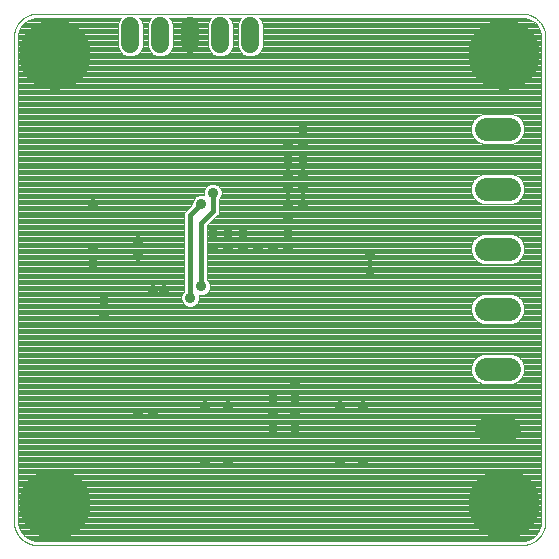
<source format=gbl>
G75*
%MOIN*%
%OFA0B0*%
%FSLAX25Y25*%
%IPPOS*%
%LPD*%
%AMOC8*
5,1,8,0,0,1.08239X$1,22.5*
%
%ADD10C,0.00400*%
%ADD11C,0.05937*%
%ADD12C,0.07677*%
%ADD13C,0.23622*%
%ADD14C,0.03562*%
%ADD15C,0.01600*%
D10*
X0024406Y0009130D02*
X0024406Y0170547D01*
X0025806Y0170547D02*
X0025886Y0171560D01*
X0026512Y0173486D01*
X0027702Y0175125D01*
X0029341Y0176316D01*
X0031267Y0176942D01*
X0032280Y0177021D01*
X0060058Y0177021D01*
X0059622Y0176586D01*
X0058988Y0175054D01*
X0058988Y0167458D01*
X0059622Y0165926D01*
X0060795Y0164754D01*
X0062327Y0164119D01*
X0063985Y0164119D01*
X0065517Y0164754D01*
X0066690Y0165926D01*
X0067325Y0167458D01*
X0067325Y0175054D01*
X0066690Y0176586D01*
X0066254Y0177021D01*
X0070058Y0177021D01*
X0069622Y0176586D01*
X0068988Y0175054D01*
X0068988Y0167458D01*
X0069622Y0165926D01*
X0070795Y0164754D01*
X0072327Y0164119D01*
X0073985Y0164119D01*
X0075517Y0164754D01*
X0076690Y0165926D01*
X0077325Y0167458D01*
X0077325Y0175054D01*
X0076690Y0176586D01*
X0076254Y0177021D01*
X0090058Y0177021D01*
X0089622Y0176586D01*
X0088988Y0175054D01*
X0088988Y0167458D01*
X0089622Y0165926D01*
X0090795Y0164754D01*
X0092327Y0164119D01*
X0093985Y0164119D01*
X0095517Y0164754D01*
X0096690Y0165926D01*
X0097325Y0167458D01*
X0097325Y0175054D01*
X0096690Y0176586D01*
X0096254Y0177021D01*
X0100058Y0177021D01*
X0099622Y0176586D01*
X0098988Y0175054D01*
X0098988Y0167458D01*
X0099622Y0165926D01*
X0100795Y0164754D01*
X0102327Y0164119D01*
X0103985Y0164119D01*
X0105517Y0164754D01*
X0106690Y0165926D01*
X0107325Y0167458D01*
X0107325Y0175054D01*
X0106690Y0176586D01*
X0106254Y0177021D01*
X0193698Y0177021D01*
X0194710Y0176942D01*
X0196637Y0176316D01*
X0198275Y0175125D01*
X0199466Y0173486D01*
X0200092Y0171560D01*
X0200172Y0170547D01*
X0200172Y0009130D01*
X0200092Y0008117D01*
X0199466Y0006191D01*
X0198275Y0004552D01*
X0196637Y0003362D01*
X0194710Y0002736D01*
X0193698Y0002656D01*
X0032280Y0002656D01*
X0031267Y0002736D01*
X0029341Y0003362D01*
X0027702Y0004552D01*
X0026512Y0006191D01*
X0025886Y0008117D01*
X0025806Y0009130D01*
X0025806Y0170547D01*
X0025812Y0170623D02*
X0058988Y0170623D01*
X0058988Y0170225D02*
X0025806Y0170225D01*
X0025806Y0169826D02*
X0058988Y0169826D01*
X0058988Y0169428D02*
X0025806Y0169428D01*
X0025806Y0169029D02*
X0058988Y0169029D01*
X0058988Y0168631D02*
X0025806Y0168631D01*
X0025806Y0168232D02*
X0058988Y0168232D01*
X0058988Y0167834D02*
X0025806Y0167834D01*
X0025806Y0167435D02*
X0058997Y0167435D01*
X0059162Y0167037D02*
X0025806Y0167037D01*
X0025806Y0166638D02*
X0059327Y0166638D01*
X0059492Y0166240D02*
X0025806Y0166240D01*
X0025806Y0165841D02*
X0059707Y0165841D01*
X0060106Y0165443D02*
X0025806Y0165443D01*
X0025806Y0165044D02*
X0060504Y0165044D01*
X0061056Y0164646D02*
X0025806Y0164646D01*
X0025806Y0164247D02*
X0062018Y0164247D01*
X0064295Y0164247D02*
X0072018Y0164247D01*
X0071056Y0164646D02*
X0065257Y0164646D01*
X0065808Y0165044D02*
X0070504Y0165044D01*
X0070106Y0165443D02*
X0066206Y0165443D01*
X0066605Y0165841D02*
X0069707Y0165841D01*
X0069492Y0166240D02*
X0066820Y0166240D01*
X0066985Y0166638D02*
X0069327Y0166638D01*
X0069162Y0167037D02*
X0067150Y0167037D01*
X0067315Y0167435D02*
X0068997Y0167435D01*
X0068988Y0167834D02*
X0067325Y0167834D01*
X0067325Y0168232D02*
X0068988Y0168232D01*
X0068988Y0168631D02*
X0067325Y0168631D01*
X0067325Y0169029D02*
X0068988Y0169029D01*
X0068988Y0169428D02*
X0067325Y0169428D01*
X0067325Y0169826D02*
X0068988Y0169826D01*
X0068988Y0170225D02*
X0067325Y0170225D01*
X0067325Y0170623D02*
X0068988Y0170623D01*
X0068988Y0171022D02*
X0067325Y0171022D01*
X0067325Y0171420D02*
X0068988Y0171420D01*
X0068988Y0171819D02*
X0067325Y0171819D01*
X0067325Y0172217D02*
X0068988Y0172217D01*
X0068988Y0172616D02*
X0067325Y0172616D01*
X0067325Y0173014D02*
X0068988Y0173014D01*
X0068988Y0173413D02*
X0067325Y0173413D01*
X0067325Y0173811D02*
X0068988Y0173811D01*
X0068988Y0174210D02*
X0067325Y0174210D01*
X0067325Y0174608D02*
X0068988Y0174608D01*
X0068988Y0175007D02*
X0067325Y0175007D01*
X0067179Y0175405D02*
X0069133Y0175405D01*
X0069298Y0175804D02*
X0067014Y0175804D01*
X0066849Y0176202D02*
X0069464Y0176202D01*
X0069638Y0176601D02*
X0066675Y0176601D01*
X0066276Y0176999D02*
X0070036Y0176999D01*
X0076276Y0176999D02*
X0090036Y0176999D01*
X0089638Y0176601D02*
X0076675Y0176601D01*
X0076849Y0176202D02*
X0089464Y0176202D01*
X0089298Y0175804D02*
X0077014Y0175804D01*
X0077179Y0175405D02*
X0089133Y0175405D01*
X0088988Y0175007D02*
X0077325Y0175007D01*
X0077325Y0174608D02*
X0088988Y0174608D01*
X0088988Y0174210D02*
X0077325Y0174210D01*
X0077325Y0173811D02*
X0088988Y0173811D01*
X0088988Y0173413D02*
X0077325Y0173413D01*
X0077325Y0173014D02*
X0088988Y0173014D01*
X0088988Y0172616D02*
X0077325Y0172616D01*
X0077325Y0172217D02*
X0088988Y0172217D01*
X0088988Y0171819D02*
X0077325Y0171819D01*
X0077325Y0171420D02*
X0088988Y0171420D01*
X0088988Y0171022D02*
X0077325Y0171022D01*
X0077325Y0170623D02*
X0088988Y0170623D01*
X0088988Y0170225D02*
X0077325Y0170225D01*
X0077325Y0169826D02*
X0088988Y0169826D01*
X0088988Y0169428D02*
X0077325Y0169428D01*
X0077325Y0169029D02*
X0088988Y0169029D01*
X0088988Y0168631D02*
X0077325Y0168631D01*
X0077325Y0168232D02*
X0088988Y0168232D01*
X0088988Y0167834D02*
X0077325Y0167834D01*
X0077315Y0167435D02*
X0088997Y0167435D01*
X0089162Y0167037D02*
X0077150Y0167037D01*
X0076985Y0166638D02*
X0089327Y0166638D01*
X0089492Y0166240D02*
X0076820Y0166240D01*
X0076605Y0165841D02*
X0089707Y0165841D01*
X0090106Y0165443D02*
X0076206Y0165443D01*
X0075808Y0165044D02*
X0090504Y0165044D01*
X0091056Y0164646D02*
X0075257Y0164646D01*
X0074295Y0164247D02*
X0092018Y0164247D01*
X0094295Y0164247D02*
X0102018Y0164247D01*
X0101056Y0164646D02*
X0095257Y0164646D01*
X0095808Y0165044D02*
X0100504Y0165044D01*
X0100106Y0165443D02*
X0096206Y0165443D01*
X0096605Y0165841D02*
X0099707Y0165841D01*
X0099492Y0166240D02*
X0096820Y0166240D01*
X0096985Y0166638D02*
X0099327Y0166638D01*
X0099162Y0167037D02*
X0097150Y0167037D01*
X0097315Y0167435D02*
X0098997Y0167435D01*
X0098988Y0167834D02*
X0097325Y0167834D01*
X0097325Y0168232D02*
X0098988Y0168232D01*
X0098988Y0168631D02*
X0097325Y0168631D01*
X0097325Y0169029D02*
X0098988Y0169029D01*
X0098988Y0169428D02*
X0097325Y0169428D01*
X0097325Y0169826D02*
X0098988Y0169826D01*
X0098988Y0170225D02*
X0097325Y0170225D01*
X0097325Y0170623D02*
X0098988Y0170623D01*
X0098988Y0171022D02*
X0097325Y0171022D01*
X0097325Y0171420D02*
X0098988Y0171420D01*
X0098988Y0171819D02*
X0097325Y0171819D01*
X0097325Y0172217D02*
X0098988Y0172217D01*
X0098988Y0172616D02*
X0097325Y0172616D01*
X0097325Y0173014D02*
X0098988Y0173014D01*
X0098988Y0173413D02*
X0097325Y0173413D01*
X0097325Y0173811D02*
X0098988Y0173811D01*
X0098988Y0174210D02*
X0097325Y0174210D01*
X0097325Y0174608D02*
X0098988Y0174608D01*
X0098988Y0175007D02*
X0097325Y0175007D01*
X0097179Y0175405D02*
X0099133Y0175405D01*
X0099298Y0175804D02*
X0097014Y0175804D01*
X0096849Y0176202D02*
X0099464Y0176202D01*
X0099638Y0176601D02*
X0096675Y0176601D01*
X0096276Y0176999D02*
X0100036Y0176999D01*
X0106276Y0176999D02*
X0193975Y0176999D01*
X0193698Y0178421D02*
X0032280Y0178421D01*
X0032002Y0176999D02*
X0060036Y0176999D01*
X0059638Y0176601D02*
X0030219Y0176601D01*
X0029185Y0176202D02*
X0059464Y0176202D01*
X0059298Y0175804D02*
X0028637Y0175804D01*
X0028088Y0175405D02*
X0059133Y0175405D01*
X0058988Y0175007D02*
X0027616Y0175007D01*
X0027327Y0174608D02*
X0058988Y0174608D01*
X0058988Y0174210D02*
X0027037Y0174210D01*
X0026748Y0173811D02*
X0058988Y0173811D01*
X0058988Y0173413D02*
X0026488Y0173413D01*
X0026358Y0173014D02*
X0058988Y0173014D01*
X0058988Y0172616D02*
X0026229Y0172616D01*
X0026099Y0172217D02*
X0058988Y0172217D01*
X0058988Y0171819D02*
X0025970Y0171819D01*
X0025875Y0171420D02*
X0058988Y0171420D01*
X0058988Y0171022D02*
X0025843Y0171022D01*
X0024406Y0170547D02*
X0024408Y0170737D01*
X0024415Y0170927D01*
X0024427Y0171117D01*
X0024443Y0171307D01*
X0024463Y0171496D01*
X0024489Y0171685D01*
X0024518Y0171873D01*
X0024553Y0172060D01*
X0024592Y0172246D01*
X0024635Y0172431D01*
X0024683Y0172616D01*
X0024735Y0172799D01*
X0024791Y0172980D01*
X0024852Y0173160D01*
X0024918Y0173339D01*
X0024987Y0173516D01*
X0025061Y0173692D01*
X0025139Y0173865D01*
X0025222Y0174037D01*
X0025308Y0174206D01*
X0025398Y0174374D01*
X0025493Y0174539D01*
X0025591Y0174702D01*
X0025694Y0174862D01*
X0025800Y0175020D01*
X0025910Y0175175D01*
X0026023Y0175328D01*
X0026141Y0175478D01*
X0026262Y0175624D01*
X0026386Y0175768D01*
X0026514Y0175909D01*
X0026645Y0176047D01*
X0026780Y0176182D01*
X0026918Y0176313D01*
X0027059Y0176441D01*
X0027203Y0176565D01*
X0027349Y0176686D01*
X0027499Y0176804D01*
X0027652Y0176917D01*
X0027807Y0177027D01*
X0027965Y0177133D01*
X0028125Y0177236D01*
X0028288Y0177334D01*
X0028453Y0177429D01*
X0028621Y0177519D01*
X0028790Y0177605D01*
X0028962Y0177688D01*
X0029135Y0177766D01*
X0029311Y0177840D01*
X0029488Y0177909D01*
X0029667Y0177975D01*
X0029847Y0178036D01*
X0030028Y0178092D01*
X0030211Y0178144D01*
X0030396Y0178192D01*
X0030581Y0178235D01*
X0030767Y0178274D01*
X0030954Y0178309D01*
X0031142Y0178338D01*
X0031331Y0178364D01*
X0031520Y0178384D01*
X0031710Y0178400D01*
X0031900Y0178412D01*
X0032090Y0178419D01*
X0032280Y0178421D01*
X0025806Y0163849D02*
X0200172Y0163849D01*
X0200172Y0164247D02*
X0104295Y0164247D01*
X0105257Y0164646D02*
X0200172Y0164646D01*
X0200172Y0165044D02*
X0105808Y0165044D01*
X0106206Y0165443D02*
X0200172Y0165443D01*
X0200172Y0165841D02*
X0106605Y0165841D01*
X0106820Y0166240D02*
X0200172Y0166240D01*
X0200172Y0166638D02*
X0106985Y0166638D01*
X0107150Y0167037D02*
X0200172Y0167037D01*
X0200172Y0167435D02*
X0107315Y0167435D01*
X0107325Y0167834D02*
X0200172Y0167834D01*
X0200172Y0168232D02*
X0107325Y0168232D01*
X0107325Y0168631D02*
X0200172Y0168631D01*
X0200172Y0169029D02*
X0107325Y0169029D01*
X0107325Y0169428D02*
X0200172Y0169428D01*
X0200172Y0169826D02*
X0107325Y0169826D01*
X0107325Y0170225D02*
X0200172Y0170225D01*
X0200166Y0170623D02*
X0107325Y0170623D01*
X0107325Y0171022D02*
X0200134Y0171022D01*
X0200103Y0171420D02*
X0107325Y0171420D01*
X0107325Y0171819D02*
X0200008Y0171819D01*
X0199878Y0172217D02*
X0107325Y0172217D01*
X0107325Y0172616D02*
X0199749Y0172616D01*
X0199619Y0173014D02*
X0107325Y0173014D01*
X0107325Y0173413D02*
X0199490Y0173413D01*
X0199230Y0173811D02*
X0107325Y0173811D01*
X0107325Y0174210D02*
X0198940Y0174210D01*
X0198651Y0174608D02*
X0107325Y0174608D01*
X0107325Y0175007D02*
X0198361Y0175007D01*
X0197890Y0175405D02*
X0107179Y0175405D01*
X0107014Y0175804D02*
X0197341Y0175804D01*
X0196793Y0176202D02*
X0106849Y0176202D01*
X0106675Y0176601D02*
X0195759Y0176601D01*
X0193698Y0178421D02*
X0193888Y0178419D01*
X0194078Y0178412D01*
X0194268Y0178400D01*
X0194458Y0178384D01*
X0194647Y0178364D01*
X0194836Y0178338D01*
X0195024Y0178309D01*
X0195211Y0178274D01*
X0195397Y0178235D01*
X0195582Y0178192D01*
X0195767Y0178144D01*
X0195950Y0178092D01*
X0196131Y0178036D01*
X0196311Y0177975D01*
X0196490Y0177909D01*
X0196667Y0177840D01*
X0196843Y0177766D01*
X0197016Y0177688D01*
X0197188Y0177605D01*
X0197357Y0177519D01*
X0197525Y0177429D01*
X0197690Y0177334D01*
X0197853Y0177236D01*
X0198013Y0177133D01*
X0198171Y0177027D01*
X0198326Y0176917D01*
X0198479Y0176804D01*
X0198629Y0176686D01*
X0198775Y0176565D01*
X0198919Y0176441D01*
X0199060Y0176313D01*
X0199198Y0176182D01*
X0199333Y0176047D01*
X0199464Y0175909D01*
X0199592Y0175768D01*
X0199716Y0175624D01*
X0199837Y0175478D01*
X0199955Y0175328D01*
X0200068Y0175175D01*
X0200178Y0175020D01*
X0200284Y0174862D01*
X0200387Y0174702D01*
X0200485Y0174539D01*
X0200580Y0174374D01*
X0200670Y0174206D01*
X0200756Y0174037D01*
X0200839Y0173865D01*
X0200917Y0173692D01*
X0200991Y0173516D01*
X0201060Y0173339D01*
X0201126Y0173160D01*
X0201187Y0172980D01*
X0201243Y0172799D01*
X0201295Y0172616D01*
X0201343Y0172431D01*
X0201386Y0172246D01*
X0201425Y0172060D01*
X0201460Y0171873D01*
X0201489Y0171685D01*
X0201515Y0171496D01*
X0201535Y0171307D01*
X0201551Y0171117D01*
X0201563Y0170927D01*
X0201570Y0170737D01*
X0201572Y0170547D01*
X0201572Y0009130D01*
X0200172Y0009226D02*
X0025806Y0009226D01*
X0025806Y0009625D02*
X0200172Y0009625D01*
X0200172Y0010023D02*
X0025806Y0010023D01*
X0025806Y0010422D02*
X0200172Y0010422D01*
X0200172Y0010820D02*
X0025806Y0010820D01*
X0025806Y0011219D02*
X0200172Y0011219D01*
X0200172Y0011617D02*
X0025806Y0011617D01*
X0025806Y0012016D02*
X0200172Y0012016D01*
X0200172Y0012414D02*
X0025806Y0012414D01*
X0025806Y0012813D02*
X0200172Y0012813D01*
X0200172Y0013211D02*
X0025806Y0013211D01*
X0025806Y0013610D02*
X0200172Y0013610D01*
X0200172Y0014008D02*
X0025806Y0014008D01*
X0025806Y0014407D02*
X0200172Y0014407D01*
X0200172Y0014805D02*
X0025806Y0014805D01*
X0025806Y0015204D02*
X0200172Y0015204D01*
X0200172Y0015602D02*
X0025806Y0015602D01*
X0025806Y0016001D02*
X0200172Y0016001D01*
X0200172Y0016399D02*
X0025806Y0016399D01*
X0025806Y0016798D02*
X0200172Y0016798D01*
X0200172Y0017196D02*
X0025806Y0017196D01*
X0025806Y0017595D02*
X0200172Y0017595D01*
X0200172Y0017993D02*
X0025806Y0017993D01*
X0025806Y0018392D02*
X0200172Y0018392D01*
X0200172Y0018790D02*
X0025806Y0018790D01*
X0025806Y0019189D02*
X0200172Y0019189D01*
X0200172Y0019587D02*
X0025806Y0019587D01*
X0025806Y0019986D02*
X0200172Y0019986D01*
X0200172Y0020384D02*
X0025806Y0020384D01*
X0025806Y0020783D02*
X0200172Y0020783D01*
X0200172Y0021181D02*
X0025806Y0021181D01*
X0025806Y0021580D02*
X0200172Y0021580D01*
X0200172Y0021978D02*
X0025806Y0021978D01*
X0025806Y0022377D02*
X0200172Y0022377D01*
X0200172Y0022776D02*
X0025806Y0022776D01*
X0025806Y0023174D02*
X0200172Y0023174D01*
X0200172Y0023573D02*
X0025806Y0023573D01*
X0025806Y0023971D02*
X0200172Y0023971D01*
X0200172Y0024370D02*
X0025806Y0024370D01*
X0025806Y0024768D02*
X0200172Y0024768D01*
X0200172Y0025167D02*
X0025806Y0025167D01*
X0025806Y0025565D02*
X0200172Y0025565D01*
X0200172Y0025964D02*
X0025806Y0025964D01*
X0025806Y0026362D02*
X0200172Y0026362D01*
X0200172Y0026761D02*
X0025806Y0026761D01*
X0025806Y0027159D02*
X0200172Y0027159D01*
X0200172Y0027558D02*
X0025806Y0027558D01*
X0025806Y0027956D02*
X0200172Y0027956D01*
X0200172Y0028355D02*
X0025806Y0028355D01*
X0025806Y0028753D02*
X0200172Y0028753D01*
X0200172Y0029152D02*
X0025806Y0029152D01*
X0025806Y0029550D02*
X0200172Y0029550D01*
X0200172Y0029949D02*
X0025806Y0029949D01*
X0025806Y0030347D02*
X0200172Y0030347D01*
X0200172Y0030746D02*
X0025806Y0030746D01*
X0025806Y0031144D02*
X0200172Y0031144D01*
X0200172Y0031543D02*
X0025806Y0031543D01*
X0025806Y0031941D02*
X0200172Y0031941D01*
X0200172Y0032340D02*
X0025806Y0032340D01*
X0025806Y0032738D02*
X0200172Y0032738D01*
X0200172Y0033137D02*
X0025806Y0033137D01*
X0025806Y0033535D02*
X0200172Y0033535D01*
X0200172Y0033934D02*
X0025806Y0033934D01*
X0025806Y0034332D02*
X0200172Y0034332D01*
X0200172Y0034731D02*
X0025806Y0034731D01*
X0025806Y0035129D02*
X0200172Y0035129D01*
X0200172Y0035528D02*
X0025806Y0035528D01*
X0025806Y0035926D02*
X0200172Y0035926D01*
X0200172Y0036325D02*
X0025806Y0036325D01*
X0025806Y0036723D02*
X0200172Y0036723D01*
X0200172Y0037122D02*
X0025806Y0037122D01*
X0025806Y0037520D02*
X0200172Y0037520D01*
X0200172Y0037919D02*
X0025806Y0037919D01*
X0025806Y0038317D02*
X0200172Y0038317D01*
X0200172Y0038716D02*
X0025806Y0038716D01*
X0025806Y0039114D02*
X0200172Y0039114D01*
X0200172Y0039513D02*
X0025806Y0039513D01*
X0025806Y0039912D02*
X0200172Y0039912D01*
X0200172Y0040310D02*
X0025806Y0040310D01*
X0025806Y0040709D02*
X0200172Y0040709D01*
X0200172Y0041107D02*
X0025806Y0041107D01*
X0025806Y0041506D02*
X0200172Y0041506D01*
X0200172Y0041904D02*
X0025806Y0041904D01*
X0025806Y0042303D02*
X0200172Y0042303D01*
X0200172Y0042701D02*
X0025806Y0042701D01*
X0025806Y0043100D02*
X0200172Y0043100D01*
X0200172Y0043498D02*
X0025806Y0043498D01*
X0025806Y0043897D02*
X0200172Y0043897D01*
X0200172Y0044295D02*
X0025806Y0044295D01*
X0025806Y0044694D02*
X0200172Y0044694D01*
X0200172Y0045092D02*
X0025806Y0045092D01*
X0025806Y0045491D02*
X0200172Y0045491D01*
X0200172Y0045889D02*
X0025806Y0045889D01*
X0025806Y0046288D02*
X0200172Y0046288D01*
X0200172Y0046686D02*
X0025806Y0046686D01*
X0025806Y0047085D02*
X0200172Y0047085D01*
X0200172Y0047483D02*
X0025806Y0047483D01*
X0025806Y0047882D02*
X0200172Y0047882D01*
X0200172Y0048280D02*
X0025806Y0048280D01*
X0025806Y0048679D02*
X0200172Y0048679D01*
X0200172Y0049077D02*
X0025806Y0049077D01*
X0025806Y0049476D02*
X0200172Y0049476D01*
X0200172Y0049874D02*
X0025806Y0049874D01*
X0025806Y0050273D02*
X0200172Y0050273D01*
X0200172Y0050671D02*
X0025806Y0050671D01*
X0025806Y0051070D02*
X0200172Y0051070D01*
X0200172Y0051468D02*
X0025806Y0051468D01*
X0025806Y0051867D02*
X0200172Y0051867D01*
X0200172Y0052265D02*
X0025806Y0052265D01*
X0025806Y0052664D02*
X0200172Y0052664D01*
X0200172Y0053062D02*
X0025806Y0053062D01*
X0025806Y0053461D02*
X0200172Y0053461D01*
X0200172Y0053859D02*
X0025806Y0053859D01*
X0025806Y0054258D02*
X0200172Y0054258D01*
X0200172Y0054656D02*
X0025806Y0054656D01*
X0025806Y0055055D02*
X0180604Y0055055D01*
X0180815Y0054967D02*
X0190497Y0054967D01*
X0192349Y0055734D01*
X0193766Y0057152D01*
X0194533Y0059004D01*
X0194533Y0061008D01*
X0193766Y0062860D01*
X0192349Y0064277D01*
X0190497Y0065044D01*
X0180815Y0065044D01*
X0178963Y0064277D01*
X0177546Y0062860D01*
X0176779Y0061008D01*
X0176779Y0059004D01*
X0177546Y0057152D01*
X0178963Y0055734D01*
X0180815Y0054967D01*
X0179642Y0055453D02*
X0025806Y0055453D01*
X0025806Y0055852D02*
X0178846Y0055852D01*
X0178447Y0056250D02*
X0025806Y0056250D01*
X0025806Y0056649D02*
X0178049Y0056649D01*
X0177650Y0057047D02*
X0025806Y0057047D01*
X0025806Y0057446D02*
X0177424Y0057446D01*
X0177259Y0057845D02*
X0025806Y0057845D01*
X0025806Y0058243D02*
X0177094Y0058243D01*
X0176929Y0058642D02*
X0025806Y0058642D01*
X0025806Y0059040D02*
X0176779Y0059040D01*
X0176779Y0059439D02*
X0025806Y0059439D01*
X0025806Y0059837D02*
X0176779Y0059837D01*
X0176779Y0060236D02*
X0025806Y0060236D01*
X0025806Y0060634D02*
X0176779Y0060634D01*
X0176789Y0061033D02*
X0025806Y0061033D01*
X0025806Y0061431D02*
X0176954Y0061431D01*
X0177119Y0061830D02*
X0025806Y0061830D01*
X0025806Y0062228D02*
X0177284Y0062228D01*
X0177449Y0062627D02*
X0025806Y0062627D01*
X0025806Y0063025D02*
X0177711Y0063025D01*
X0178110Y0063424D02*
X0025806Y0063424D01*
X0025806Y0063822D02*
X0178508Y0063822D01*
X0178907Y0064221D02*
X0025806Y0064221D01*
X0025806Y0064619D02*
X0179789Y0064619D01*
X0180751Y0065018D02*
X0025806Y0065018D01*
X0025806Y0065416D02*
X0200172Y0065416D01*
X0200172Y0065018D02*
X0190562Y0065018D01*
X0191524Y0064619D02*
X0200172Y0064619D01*
X0200172Y0064221D02*
X0192406Y0064221D01*
X0192804Y0063822D02*
X0200172Y0063822D01*
X0200172Y0063424D02*
X0193203Y0063424D01*
X0193601Y0063025D02*
X0200172Y0063025D01*
X0200172Y0062627D02*
X0193863Y0062627D01*
X0194028Y0062228D02*
X0200172Y0062228D01*
X0200172Y0061830D02*
X0194193Y0061830D01*
X0194358Y0061431D02*
X0200172Y0061431D01*
X0200172Y0061033D02*
X0194523Y0061033D01*
X0194533Y0060634D02*
X0200172Y0060634D01*
X0200172Y0060236D02*
X0194533Y0060236D01*
X0194533Y0059837D02*
X0200172Y0059837D01*
X0200172Y0059439D02*
X0194533Y0059439D01*
X0194533Y0059040D02*
X0200172Y0059040D01*
X0200172Y0058642D02*
X0194383Y0058642D01*
X0194218Y0058243D02*
X0200172Y0058243D01*
X0200172Y0057845D02*
X0194053Y0057845D01*
X0193888Y0057446D02*
X0200172Y0057446D01*
X0200172Y0057047D02*
X0193662Y0057047D01*
X0193263Y0056649D02*
X0200172Y0056649D01*
X0200172Y0056250D02*
X0192865Y0056250D01*
X0192466Y0055852D02*
X0200172Y0055852D01*
X0200172Y0055453D02*
X0191671Y0055453D01*
X0190708Y0055055D02*
X0200172Y0055055D01*
X0200172Y0065815D02*
X0025806Y0065815D01*
X0025806Y0066213D02*
X0200172Y0066213D01*
X0200172Y0066612D02*
X0025806Y0066612D01*
X0025806Y0067010D02*
X0200172Y0067010D01*
X0200172Y0067409D02*
X0025806Y0067409D01*
X0025806Y0067807D02*
X0200172Y0067807D01*
X0200172Y0068206D02*
X0025806Y0068206D01*
X0025806Y0068604D02*
X0200172Y0068604D01*
X0200172Y0069003D02*
X0025806Y0069003D01*
X0025806Y0069401D02*
X0200172Y0069401D01*
X0200172Y0069800D02*
X0025806Y0069800D01*
X0025806Y0070198D02*
X0200172Y0070198D01*
X0200172Y0070597D02*
X0025806Y0070597D01*
X0025806Y0070995D02*
X0200172Y0070995D01*
X0200172Y0071394D02*
X0025806Y0071394D01*
X0025806Y0071792D02*
X0200172Y0071792D01*
X0200172Y0072191D02*
X0025806Y0072191D01*
X0025806Y0072589D02*
X0200172Y0072589D01*
X0200172Y0072988D02*
X0025806Y0072988D01*
X0025806Y0073386D02*
X0200172Y0073386D01*
X0200172Y0073785D02*
X0025806Y0073785D01*
X0025806Y0074183D02*
X0200172Y0074183D01*
X0200172Y0074582D02*
X0025806Y0074582D01*
X0025806Y0074980D02*
X0180784Y0074980D01*
X0180815Y0074967D02*
X0190497Y0074967D01*
X0192349Y0075734D01*
X0193766Y0077152D01*
X0194533Y0079004D01*
X0194533Y0081008D01*
X0193766Y0082860D01*
X0192349Y0084277D01*
X0190497Y0085044D01*
X0180815Y0085044D01*
X0178963Y0084277D01*
X0177546Y0082860D01*
X0176779Y0081008D01*
X0176779Y0079004D01*
X0177546Y0077152D01*
X0178963Y0075734D01*
X0180815Y0074967D01*
X0179821Y0075379D02*
X0025806Y0075379D01*
X0025806Y0075778D02*
X0178920Y0075778D01*
X0178522Y0076176D02*
X0025806Y0076176D01*
X0025806Y0076575D02*
X0178123Y0076575D01*
X0177725Y0076973D02*
X0025806Y0076973D01*
X0025806Y0077372D02*
X0177455Y0077372D01*
X0177290Y0077770D02*
X0025806Y0077770D01*
X0025806Y0078169D02*
X0177125Y0078169D01*
X0176960Y0078567D02*
X0025806Y0078567D01*
X0025806Y0078966D02*
X0176795Y0078966D01*
X0176779Y0079364D02*
X0025806Y0079364D01*
X0025806Y0079763D02*
X0176779Y0079763D01*
X0176779Y0080161D02*
X0025806Y0080161D01*
X0025806Y0080560D02*
X0176779Y0080560D01*
X0176779Y0080958D02*
X0084192Y0080958D01*
X0083749Y0080775D02*
X0084845Y0081229D01*
X0085683Y0082067D01*
X0086137Y0083163D01*
X0086137Y0084349D01*
X0086013Y0084649D01*
X0086313Y0084525D01*
X0087499Y0084525D01*
X0088595Y0084979D01*
X0089433Y0085817D01*
X0089887Y0086913D01*
X0089887Y0088099D01*
X0089433Y0089195D01*
X0088906Y0089722D01*
X0088906Y0107927D01*
X0091485Y0110506D01*
X0092656Y0111677D01*
X0092656Y0116540D01*
X0093183Y0117067D01*
X0093637Y0118163D01*
X0093637Y0119349D01*
X0093183Y0120445D01*
X0092345Y0121283D01*
X0091249Y0121737D01*
X0090063Y0121737D01*
X0088967Y0121283D01*
X0088129Y0120445D01*
X0087675Y0119349D01*
X0087675Y0118163D01*
X0087799Y0117863D01*
X0087499Y0117987D01*
X0086313Y0117987D01*
X0085217Y0117533D01*
X0084379Y0116695D01*
X0083925Y0115599D01*
X0083925Y0114853D01*
X0082328Y0113256D01*
X0081156Y0112084D01*
X0081156Y0085972D01*
X0080629Y0085445D01*
X0080175Y0084349D01*
X0080175Y0083163D01*
X0080629Y0082067D01*
X0081467Y0081229D01*
X0082563Y0080775D01*
X0083749Y0080775D01*
X0084973Y0081357D02*
X0176923Y0081357D01*
X0177088Y0081755D02*
X0085371Y0081755D01*
X0085719Y0082154D02*
X0177254Y0082154D01*
X0177419Y0082552D02*
X0085884Y0082552D01*
X0086049Y0082951D02*
X0177637Y0082951D01*
X0178035Y0083349D02*
X0086137Y0083349D01*
X0086137Y0083748D02*
X0178434Y0083748D01*
X0178832Y0084146D02*
X0086137Y0084146D01*
X0086056Y0084545D02*
X0086265Y0084545D01*
X0087547Y0084545D02*
X0179609Y0084545D01*
X0180571Y0084943D02*
X0088509Y0084943D01*
X0088958Y0085342D02*
X0200172Y0085342D01*
X0200172Y0085740D02*
X0089356Y0085740D01*
X0089567Y0086139D02*
X0200172Y0086139D01*
X0200172Y0086537D02*
X0089732Y0086537D01*
X0089887Y0086936D02*
X0200172Y0086936D01*
X0200172Y0087334D02*
X0089887Y0087334D01*
X0089887Y0087733D02*
X0200172Y0087733D01*
X0200172Y0088131D02*
X0089874Y0088131D01*
X0089709Y0088530D02*
X0200172Y0088530D01*
X0200172Y0088928D02*
X0089544Y0088928D01*
X0089301Y0089327D02*
X0200172Y0089327D01*
X0200172Y0089725D02*
X0088906Y0089725D01*
X0088906Y0090124D02*
X0200172Y0090124D01*
X0200172Y0090522D02*
X0088906Y0090522D01*
X0088906Y0090921D02*
X0200172Y0090921D01*
X0200172Y0091319D02*
X0088906Y0091319D01*
X0088906Y0091718D02*
X0200172Y0091718D01*
X0200172Y0092116D02*
X0088906Y0092116D01*
X0088906Y0092515D02*
X0200172Y0092515D01*
X0200172Y0092914D02*
X0088906Y0092914D01*
X0088906Y0093312D02*
X0200172Y0093312D01*
X0200172Y0093711D02*
X0088906Y0093711D01*
X0088906Y0094109D02*
X0200172Y0094109D01*
X0200172Y0094508D02*
X0088906Y0094508D01*
X0088906Y0094906D02*
X0200172Y0094906D01*
X0200172Y0095305D02*
X0191311Y0095305D01*
X0190497Y0094967D02*
X0192349Y0095734D01*
X0193766Y0097152D01*
X0194533Y0099004D01*
X0194533Y0101008D01*
X0193766Y0102860D01*
X0192349Y0104277D01*
X0190497Y0105044D01*
X0180815Y0105044D01*
X0178963Y0104277D01*
X0177546Y0102860D01*
X0176779Y0101008D01*
X0176779Y0099004D01*
X0177546Y0097152D01*
X0178963Y0095734D01*
X0180815Y0094967D01*
X0190497Y0094967D01*
X0192273Y0095703D02*
X0200172Y0095703D01*
X0200172Y0096102D02*
X0192716Y0096102D01*
X0193115Y0096500D02*
X0200172Y0096500D01*
X0200172Y0096899D02*
X0193513Y0096899D01*
X0193826Y0097297D02*
X0200172Y0097297D01*
X0200172Y0097696D02*
X0193992Y0097696D01*
X0194157Y0098094D02*
X0200172Y0098094D01*
X0200172Y0098493D02*
X0194322Y0098493D01*
X0194487Y0098891D02*
X0200172Y0098891D01*
X0200172Y0099290D02*
X0194533Y0099290D01*
X0194533Y0099688D02*
X0200172Y0099688D01*
X0200172Y0100087D02*
X0194533Y0100087D01*
X0194533Y0100485D02*
X0200172Y0100485D01*
X0200172Y0100884D02*
X0194533Y0100884D01*
X0194420Y0101282D02*
X0200172Y0101282D01*
X0200172Y0101681D02*
X0194255Y0101681D01*
X0194090Y0102079D02*
X0200172Y0102079D01*
X0200172Y0102478D02*
X0193925Y0102478D01*
X0193750Y0102876D02*
X0200172Y0102876D01*
X0200172Y0103275D02*
X0193351Y0103275D01*
X0192953Y0103673D02*
X0200172Y0103673D01*
X0200172Y0104072D02*
X0192554Y0104072D01*
X0191883Y0104470D02*
X0200172Y0104470D01*
X0200172Y0104869D02*
X0190921Y0104869D01*
X0200172Y0105267D02*
X0088906Y0105267D01*
X0088906Y0104869D02*
X0180391Y0104869D01*
X0179429Y0104470D02*
X0088906Y0104470D01*
X0088906Y0104072D02*
X0178758Y0104072D01*
X0178359Y0103673D02*
X0088906Y0103673D01*
X0088906Y0103275D02*
X0177961Y0103275D01*
X0177562Y0102876D02*
X0088906Y0102876D01*
X0088906Y0102478D02*
X0177388Y0102478D01*
X0177223Y0102079D02*
X0088906Y0102079D01*
X0088906Y0101681D02*
X0177058Y0101681D01*
X0176893Y0101282D02*
X0088906Y0101282D01*
X0088906Y0100884D02*
X0176779Y0100884D01*
X0176779Y0100485D02*
X0088906Y0100485D01*
X0088906Y0100087D02*
X0176779Y0100087D01*
X0176779Y0099688D02*
X0088906Y0099688D01*
X0088906Y0099290D02*
X0176779Y0099290D01*
X0176826Y0098891D02*
X0088906Y0098891D01*
X0088906Y0098493D02*
X0176991Y0098493D01*
X0177156Y0098094D02*
X0088906Y0098094D01*
X0088906Y0097696D02*
X0177321Y0097696D01*
X0177486Y0097297D02*
X0088906Y0097297D01*
X0088906Y0096899D02*
X0177799Y0096899D01*
X0178198Y0096500D02*
X0088906Y0096500D01*
X0088906Y0096102D02*
X0178596Y0096102D01*
X0179039Y0095703D02*
X0088906Y0095703D01*
X0088906Y0095305D02*
X0180001Y0095305D01*
X0190741Y0084943D02*
X0200172Y0084943D01*
X0200172Y0084545D02*
X0191703Y0084545D01*
X0192480Y0084146D02*
X0200172Y0084146D01*
X0200172Y0083748D02*
X0192879Y0083748D01*
X0193277Y0083349D02*
X0200172Y0083349D01*
X0200172Y0082951D02*
X0193676Y0082951D01*
X0193894Y0082552D02*
X0200172Y0082552D01*
X0200172Y0082154D02*
X0194059Y0082154D01*
X0194224Y0081755D02*
X0200172Y0081755D01*
X0200172Y0081357D02*
X0194389Y0081357D01*
X0194533Y0080958D02*
X0200172Y0080958D01*
X0200172Y0080560D02*
X0194533Y0080560D01*
X0194533Y0080161D02*
X0200172Y0080161D01*
X0200172Y0079763D02*
X0194533Y0079763D01*
X0194533Y0079364D02*
X0200172Y0079364D01*
X0200172Y0078966D02*
X0194518Y0078966D01*
X0194352Y0078567D02*
X0200172Y0078567D01*
X0200172Y0078169D02*
X0194187Y0078169D01*
X0194022Y0077770D02*
X0200172Y0077770D01*
X0200172Y0077372D02*
X0193857Y0077372D01*
X0193588Y0076973D02*
X0200172Y0076973D01*
X0200172Y0076575D02*
X0193189Y0076575D01*
X0192791Y0076176D02*
X0200172Y0076176D01*
X0200172Y0075778D02*
X0192392Y0075778D01*
X0191491Y0075379D02*
X0200172Y0075379D01*
X0200172Y0074980D02*
X0190529Y0074980D01*
X0200172Y0105666D02*
X0088906Y0105666D01*
X0088906Y0106064D02*
X0200172Y0106064D01*
X0200172Y0106463D02*
X0088906Y0106463D01*
X0088906Y0106861D02*
X0200172Y0106861D01*
X0200172Y0107260D02*
X0088906Y0107260D01*
X0088906Y0107658D02*
X0200172Y0107658D01*
X0200172Y0108057D02*
X0089036Y0108057D01*
X0089434Y0108455D02*
X0200172Y0108455D01*
X0200172Y0108854D02*
X0089833Y0108854D01*
X0090231Y0109252D02*
X0200172Y0109252D01*
X0200172Y0109651D02*
X0090630Y0109651D01*
X0091028Y0110049D02*
X0200172Y0110049D01*
X0200172Y0110448D02*
X0091427Y0110448D01*
X0091825Y0110847D02*
X0200172Y0110847D01*
X0200172Y0111245D02*
X0092224Y0111245D01*
X0092622Y0111644D02*
X0200172Y0111644D01*
X0200172Y0112042D02*
X0092656Y0112042D01*
X0092656Y0112441D02*
X0200172Y0112441D01*
X0200172Y0112839D02*
X0092656Y0112839D01*
X0092656Y0113238D02*
X0200172Y0113238D01*
X0200172Y0113636D02*
X0092656Y0113636D01*
X0092656Y0114035D02*
X0200172Y0114035D01*
X0200172Y0114433D02*
X0092656Y0114433D01*
X0092656Y0114832D02*
X0200172Y0114832D01*
X0200172Y0115230D02*
X0191131Y0115230D01*
X0190497Y0114967D02*
X0192349Y0115734D01*
X0193766Y0117152D01*
X0194533Y0119004D01*
X0194533Y0121008D01*
X0193766Y0122860D01*
X0192349Y0124277D01*
X0190497Y0125044D01*
X0180815Y0125044D01*
X0178963Y0124277D01*
X0177546Y0122860D01*
X0176779Y0121008D01*
X0176779Y0119004D01*
X0177546Y0117152D01*
X0178963Y0115734D01*
X0180815Y0114967D01*
X0190497Y0114967D01*
X0192094Y0115629D02*
X0200172Y0115629D01*
X0200172Y0116027D02*
X0192642Y0116027D01*
X0193040Y0116426D02*
X0200172Y0116426D01*
X0200172Y0116824D02*
X0193439Y0116824D01*
X0193796Y0117223D02*
X0200172Y0117223D01*
X0200172Y0117621D02*
X0193961Y0117621D01*
X0194126Y0118020D02*
X0200172Y0118020D01*
X0200172Y0118418D02*
X0194291Y0118418D01*
X0194456Y0118817D02*
X0200172Y0118817D01*
X0200172Y0119215D02*
X0194533Y0119215D01*
X0194533Y0119614D02*
X0200172Y0119614D01*
X0200172Y0120012D02*
X0194533Y0120012D01*
X0194533Y0120411D02*
X0200172Y0120411D01*
X0200172Y0120809D02*
X0194533Y0120809D01*
X0194451Y0121208D02*
X0200172Y0121208D01*
X0200172Y0121606D02*
X0194286Y0121606D01*
X0194120Y0122005D02*
X0200172Y0122005D01*
X0200172Y0122403D02*
X0193955Y0122403D01*
X0193790Y0122802D02*
X0200172Y0122802D01*
X0200172Y0123200D02*
X0193426Y0123200D01*
X0193027Y0123599D02*
X0200172Y0123599D01*
X0200172Y0123997D02*
X0192629Y0123997D01*
X0192063Y0124396D02*
X0200172Y0124396D01*
X0200172Y0124794D02*
X0191101Y0124794D01*
X0200172Y0125193D02*
X0025806Y0125193D01*
X0025806Y0125591D02*
X0200172Y0125591D01*
X0200172Y0125990D02*
X0025806Y0125990D01*
X0025806Y0126388D02*
X0200172Y0126388D01*
X0200172Y0126787D02*
X0025806Y0126787D01*
X0025806Y0127185D02*
X0200172Y0127185D01*
X0200172Y0127584D02*
X0025806Y0127584D01*
X0025806Y0127983D02*
X0200172Y0127983D01*
X0200172Y0128381D02*
X0025806Y0128381D01*
X0025806Y0128780D02*
X0200172Y0128780D01*
X0200172Y0129178D02*
X0025806Y0129178D01*
X0025806Y0129577D02*
X0200172Y0129577D01*
X0200172Y0129975D02*
X0025806Y0129975D01*
X0025806Y0130374D02*
X0200172Y0130374D01*
X0200172Y0130772D02*
X0025806Y0130772D01*
X0025806Y0131171D02*
X0200172Y0131171D01*
X0200172Y0131569D02*
X0025806Y0131569D01*
X0025806Y0131968D02*
X0200172Y0131968D01*
X0200172Y0132366D02*
X0025806Y0132366D01*
X0025806Y0132765D02*
X0200172Y0132765D01*
X0200172Y0133163D02*
X0025806Y0133163D01*
X0025806Y0133562D02*
X0200172Y0133562D01*
X0200172Y0133960D02*
X0025806Y0133960D01*
X0025806Y0134359D02*
X0200172Y0134359D01*
X0200172Y0134757D02*
X0025806Y0134757D01*
X0025806Y0135156D02*
X0180361Y0135156D01*
X0180815Y0134967D02*
X0178963Y0135734D01*
X0177546Y0137152D01*
X0176779Y0139004D01*
X0176779Y0141008D01*
X0177546Y0142860D01*
X0178963Y0144277D01*
X0180815Y0145044D01*
X0190497Y0145044D01*
X0192349Y0144277D01*
X0193766Y0142860D01*
X0194533Y0141008D01*
X0194533Y0139004D01*
X0193766Y0137152D01*
X0192349Y0135734D01*
X0190497Y0134967D01*
X0180815Y0134967D01*
X0179398Y0135554D02*
X0025806Y0135554D01*
X0025806Y0135953D02*
X0178745Y0135953D01*
X0178347Y0136351D02*
X0025806Y0136351D01*
X0025806Y0136750D02*
X0177948Y0136750D01*
X0177550Y0137148D02*
X0025806Y0137148D01*
X0025806Y0137547D02*
X0177382Y0137547D01*
X0177217Y0137945D02*
X0025806Y0137945D01*
X0025806Y0138344D02*
X0177052Y0138344D01*
X0176887Y0138742D02*
X0025806Y0138742D01*
X0025806Y0139141D02*
X0176779Y0139141D01*
X0176779Y0139539D02*
X0025806Y0139539D01*
X0025806Y0139938D02*
X0176779Y0139938D01*
X0176779Y0140336D02*
X0025806Y0140336D01*
X0025806Y0140735D02*
X0176779Y0140735D01*
X0176831Y0141133D02*
X0025806Y0141133D01*
X0025806Y0141532D02*
X0176996Y0141532D01*
X0177161Y0141930D02*
X0025806Y0141930D01*
X0025806Y0142329D02*
X0177326Y0142329D01*
X0177491Y0142727D02*
X0025806Y0142727D01*
X0025806Y0143126D02*
X0177812Y0143126D01*
X0178210Y0143524D02*
X0025806Y0143524D01*
X0025806Y0143923D02*
X0178609Y0143923D01*
X0179070Y0144321D02*
X0025806Y0144321D01*
X0025806Y0144720D02*
X0180032Y0144720D01*
X0191280Y0144720D02*
X0200172Y0144720D01*
X0200172Y0145118D02*
X0025806Y0145118D01*
X0025806Y0145517D02*
X0200172Y0145517D01*
X0200172Y0145916D02*
X0025806Y0145916D01*
X0025806Y0146314D02*
X0200172Y0146314D01*
X0200172Y0146713D02*
X0025806Y0146713D01*
X0025806Y0147111D02*
X0200172Y0147111D01*
X0200172Y0147510D02*
X0025806Y0147510D01*
X0025806Y0147908D02*
X0200172Y0147908D01*
X0200172Y0148307D02*
X0025806Y0148307D01*
X0025806Y0148705D02*
X0200172Y0148705D01*
X0200172Y0149104D02*
X0025806Y0149104D01*
X0025806Y0149502D02*
X0200172Y0149502D01*
X0200172Y0149901D02*
X0025806Y0149901D01*
X0025806Y0150299D02*
X0200172Y0150299D01*
X0200172Y0150698D02*
X0025806Y0150698D01*
X0025806Y0151096D02*
X0200172Y0151096D01*
X0200172Y0151495D02*
X0025806Y0151495D01*
X0025806Y0151893D02*
X0200172Y0151893D01*
X0200172Y0152292D02*
X0025806Y0152292D01*
X0025806Y0152690D02*
X0200172Y0152690D01*
X0200172Y0153089D02*
X0025806Y0153089D01*
X0025806Y0153487D02*
X0200172Y0153487D01*
X0200172Y0153886D02*
X0025806Y0153886D01*
X0025806Y0154284D02*
X0200172Y0154284D01*
X0200172Y0154683D02*
X0025806Y0154683D01*
X0025806Y0155081D02*
X0200172Y0155081D01*
X0200172Y0155480D02*
X0025806Y0155480D01*
X0025806Y0155878D02*
X0200172Y0155878D01*
X0200172Y0156277D02*
X0025806Y0156277D01*
X0025806Y0156675D02*
X0200172Y0156675D01*
X0200172Y0157074D02*
X0025806Y0157074D01*
X0025806Y0157472D02*
X0200172Y0157472D01*
X0200172Y0157871D02*
X0025806Y0157871D01*
X0025806Y0158269D02*
X0200172Y0158269D01*
X0200172Y0158668D02*
X0025806Y0158668D01*
X0025806Y0159066D02*
X0200172Y0159066D01*
X0200172Y0159465D02*
X0025806Y0159465D01*
X0025806Y0159863D02*
X0200172Y0159863D01*
X0200172Y0160262D02*
X0025806Y0160262D01*
X0025806Y0160660D02*
X0200172Y0160660D01*
X0200172Y0161059D02*
X0025806Y0161059D01*
X0025806Y0161457D02*
X0200172Y0161457D01*
X0200172Y0161856D02*
X0025806Y0161856D01*
X0025806Y0162254D02*
X0200172Y0162254D01*
X0200172Y0162653D02*
X0025806Y0162653D01*
X0025806Y0163052D02*
X0200172Y0163052D01*
X0200172Y0163450D02*
X0025806Y0163450D01*
X0025806Y0124794D02*
X0180212Y0124794D01*
X0179250Y0124396D02*
X0025806Y0124396D01*
X0025806Y0123997D02*
X0178683Y0123997D01*
X0178285Y0123599D02*
X0025806Y0123599D01*
X0025806Y0123200D02*
X0177886Y0123200D01*
X0177522Y0122802D02*
X0025806Y0122802D01*
X0025806Y0122403D02*
X0177357Y0122403D01*
X0177192Y0122005D02*
X0025806Y0122005D01*
X0025806Y0121606D02*
X0089748Y0121606D01*
X0088892Y0121208D02*
X0025806Y0121208D01*
X0025806Y0120809D02*
X0088494Y0120809D01*
X0088115Y0120411D02*
X0025806Y0120411D01*
X0025806Y0120012D02*
X0087950Y0120012D01*
X0087785Y0119614D02*
X0025806Y0119614D01*
X0025806Y0119215D02*
X0087675Y0119215D01*
X0087675Y0118817D02*
X0025806Y0118817D01*
X0025806Y0118418D02*
X0087675Y0118418D01*
X0087734Y0118020D02*
X0025806Y0118020D01*
X0025806Y0117621D02*
X0085430Y0117621D01*
X0084907Y0117223D02*
X0025806Y0117223D01*
X0025806Y0116824D02*
X0084509Y0116824D01*
X0084268Y0116426D02*
X0025806Y0116426D01*
X0025806Y0116027D02*
X0084102Y0116027D01*
X0083937Y0115629D02*
X0025806Y0115629D01*
X0025806Y0115230D02*
X0083925Y0115230D01*
X0083903Y0114832D02*
X0025806Y0114832D01*
X0025806Y0114433D02*
X0083505Y0114433D01*
X0083106Y0114035D02*
X0025806Y0114035D01*
X0025806Y0113636D02*
X0082708Y0113636D01*
X0082309Y0113238D02*
X0025806Y0113238D01*
X0025806Y0112839D02*
X0081911Y0112839D01*
X0081512Y0112441D02*
X0025806Y0112441D01*
X0025806Y0112042D02*
X0081156Y0112042D01*
X0081156Y0111644D02*
X0025806Y0111644D01*
X0025806Y0111245D02*
X0081156Y0111245D01*
X0081156Y0110847D02*
X0025806Y0110847D01*
X0025806Y0110448D02*
X0081156Y0110448D01*
X0081156Y0110049D02*
X0025806Y0110049D01*
X0025806Y0109651D02*
X0081156Y0109651D01*
X0081156Y0109252D02*
X0025806Y0109252D01*
X0025806Y0108854D02*
X0081156Y0108854D01*
X0081156Y0108455D02*
X0025806Y0108455D01*
X0025806Y0108057D02*
X0081156Y0108057D01*
X0081156Y0107658D02*
X0025806Y0107658D01*
X0025806Y0107260D02*
X0081156Y0107260D01*
X0081156Y0106861D02*
X0025806Y0106861D01*
X0025806Y0106463D02*
X0081156Y0106463D01*
X0081156Y0106064D02*
X0025806Y0106064D01*
X0025806Y0105666D02*
X0081156Y0105666D01*
X0081156Y0105267D02*
X0025806Y0105267D01*
X0025806Y0104869D02*
X0081156Y0104869D01*
X0081156Y0104470D02*
X0025806Y0104470D01*
X0025806Y0104072D02*
X0081156Y0104072D01*
X0081156Y0103673D02*
X0025806Y0103673D01*
X0025806Y0103275D02*
X0081156Y0103275D01*
X0081156Y0102876D02*
X0025806Y0102876D01*
X0025806Y0102478D02*
X0081156Y0102478D01*
X0081156Y0102079D02*
X0025806Y0102079D01*
X0025806Y0101681D02*
X0081156Y0101681D01*
X0081156Y0101282D02*
X0025806Y0101282D01*
X0025806Y0100884D02*
X0081156Y0100884D01*
X0081156Y0100485D02*
X0025806Y0100485D01*
X0025806Y0100087D02*
X0081156Y0100087D01*
X0081156Y0099688D02*
X0025806Y0099688D01*
X0025806Y0099290D02*
X0081156Y0099290D01*
X0081156Y0098891D02*
X0025806Y0098891D01*
X0025806Y0098493D02*
X0081156Y0098493D01*
X0081156Y0098094D02*
X0025806Y0098094D01*
X0025806Y0097696D02*
X0081156Y0097696D01*
X0081156Y0097297D02*
X0025806Y0097297D01*
X0025806Y0096899D02*
X0081156Y0096899D01*
X0081156Y0096500D02*
X0025806Y0096500D01*
X0025806Y0096102D02*
X0081156Y0096102D01*
X0081156Y0095703D02*
X0025806Y0095703D01*
X0025806Y0095305D02*
X0081156Y0095305D01*
X0081156Y0094906D02*
X0025806Y0094906D01*
X0025806Y0094508D02*
X0081156Y0094508D01*
X0081156Y0094109D02*
X0025806Y0094109D01*
X0025806Y0093711D02*
X0081156Y0093711D01*
X0081156Y0093312D02*
X0025806Y0093312D01*
X0025806Y0092914D02*
X0081156Y0092914D01*
X0081156Y0092515D02*
X0025806Y0092515D01*
X0025806Y0092116D02*
X0081156Y0092116D01*
X0081156Y0091718D02*
X0025806Y0091718D01*
X0025806Y0091319D02*
X0081156Y0091319D01*
X0081156Y0090921D02*
X0025806Y0090921D01*
X0025806Y0090522D02*
X0081156Y0090522D01*
X0081156Y0090124D02*
X0025806Y0090124D01*
X0025806Y0089725D02*
X0081156Y0089725D01*
X0081156Y0089327D02*
X0025806Y0089327D01*
X0025806Y0088928D02*
X0081156Y0088928D01*
X0081156Y0088530D02*
X0025806Y0088530D01*
X0025806Y0088131D02*
X0081156Y0088131D01*
X0081156Y0087733D02*
X0025806Y0087733D01*
X0025806Y0087334D02*
X0081156Y0087334D01*
X0081156Y0086936D02*
X0025806Y0086936D01*
X0025806Y0086537D02*
X0081156Y0086537D01*
X0081156Y0086139D02*
X0025806Y0086139D01*
X0025806Y0085740D02*
X0080925Y0085740D01*
X0080586Y0085342D02*
X0025806Y0085342D01*
X0025806Y0084943D02*
X0080421Y0084943D01*
X0080256Y0084545D02*
X0025806Y0084545D01*
X0025806Y0084146D02*
X0080175Y0084146D01*
X0080175Y0083748D02*
X0025806Y0083748D01*
X0025806Y0083349D02*
X0080175Y0083349D01*
X0080263Y0082951D02*
X0025806Y0082951D01*
X0025806Y0082552D02*
X0080428Y0082552D01*
X0080593Y0082154D02*
X0025806Y0082154D01*
X0025806Y0081755D02*
X0080941Y0081755D01*
X0081339Y0081357D02*
X0025806Y0081357D01*
X0025806Y0080958D02*
X0082120Y0080958D01*
X0092656Y0115230D02*
X0180181Y0115230D01*
X0179219Y0115629D02*
X0092656Y0115629D01*
X0092656Y0116027D02*
X0178671Y0116027D01*
X0178272Y0116426D02*
X0092656Y0116426D01*
X0092940Y0116824D02*
X0177874Y0116824D01*
X0177517Y0117223D02*
X0093248Y0117223D01*
X0093413Y0117621D02*
X0177352Y0117621D01*
X0177187Y0118020D02*
X0093578Y0118020D01*
X0093637Y0118418D02*
X0177021Y0118418D01*
X0176856Y0118817D02*
X0093637Y0118817D01*
X0093637Y0119215D02*
X0176779Y0119215D01*
X0176779Y0119614D02*
X0093528Y0119614D01*
X0093362Y0120012D02*
X0176779Y0120012D01*
X0176779Y0120411D02*
X0093197Y0120411D01*
X0092819Y0120809D02*
X0176779Y0120809D01*
X0176862Y0121208D02*
X0092420Y0121208D01*
X0091565Y0121606D02*
X0177027Y0121606D01*
X0190952Y0135156D02*
X0200172Y0135156D01*
X0200172Y0135554D02*
X0191914Y0135554D01*
X0192567Y0135953D02*
X0200172Y0135953D01*
X0200172Y0136351D02*
X0192966Y0136351D01*
X0193364Y0136750D02*
X0200172Y0136750D01*
X0200172Y0137148D02*
X0193763Y0137148D01*
X0193930Y0137547D02*
X0200172Y0137547D01*
X0200172Y0137945D02*
X0194095Y0137945D01*
X0194260Y0138344D02*
X0200172Y0138344D01*
X0200172Y0138742D02*
X0194425Y0138742D01*
X0194533Y0139141D02*
X0200172Y0139141D01*
X0200172Y0139539D02*
X0194533Y0139539D01*
X0194533Y0139938D02*
X0200172Y0139938D01*
X0200172Y0140336D02*
X0194533Y0140336D01*
X0194533Y0140735D02*
X0200172Y0140735D01*
X0200172Y0141133D02*
X0194481Y0141133D01*
X0194316Y0141532D02*
X0200172Y0141532D01*
X0200172Y0141930D02*
X0194151Y0141930D01*
X0193986Y0142329D02*
X0200172Y0142329D01*
X0200172Y0142727D02*
X0193821Y0142727D01*
X0193500Y0143126D02*
X0200172Y0143126D01*
X0200172Y0143524D02*
X0193102Y0143524D01*
X0192703Y0143923D02*
X0200172Y0143923D01*
X0200172Y0144321D02*
X0192242Y0144321D01*
X0201572Y0009130D02*
X0201570Y0008940D01*
X0201563Y0008750D01*
X0201551Y0008560D01*
X0201535Y0008370D01*
X0201515Y0008181D01*
X0201489Y0007992D01*
X0201460Y0007804D01*
X0201425Y0007617D01*
X0201386Y0007431D01*
X0201343Y0007246D01*
X0201295Y0007061D01*
X0201243Y0006878D01*
X0201187Y0006697D01*
X0201126Y0006517D01*
X0201060Y0006338D01*
X0200991Y0006161D01*
X0200917Y0005985D01*
X0200839Y0005812D01*
X0200756Y0005640D01*
X0200670Y0005471D01*
X0200580Y0005303D01*
X0200485Y0005138D01*
X0200387Y0004975D01*
X0200284Y0004815D01*
X0200178Y0004657D01*
X0200068Y0004502D01*
X0199955Y0004349D01*
X0199837Y0004199D01*
X0199716Y0004053D01*
X0199592Y0003909D01*
X0199464Y0003768D01*
X0199333Y0003630D01*
X0199198Y0003495D01*
X0199060Y0003364D01*
X0198919Y0003236D01*
X0198775Y0003112D01*
X0198629Y0002991D01*
X0198479Y0002873D01*
X0198326Y0002760D01*
X0198171Y0002650D01*
X0198013Y0002544D01*
X0197853Y0002441D01*
X0197690Y0002343D01*
X0197525Y0002248D01*
X0197357Y0002158D01*
X0197188Y0002072D01*
X0197016Y0001989D01*
X0196843Y0001911D01*
X0196667Y0001837D01*
X0196490Y0001768D01*
X0196311Y0001702D01*
X0196131Y0001641D01*
X0195950Y0001585D01*
X0195767Y0001533D01*
X0195582Y0001485D01*
X0195397Y0001442D01*
X0195211Y0001403D01*
X0195024Y0001368D01*
X0194836Y0001339D01*
X0194647Y0001313D01*
X0194458Y0001293D01*
X0194268Y0001277D01*
X0194078Y0001265D01*
X0193888Y0001258D01*
X0193698Y0001256D01*
X0032280Y0001256D01*
X0030916Y0002850D02*
X0195062Y0002850D01*
X0196289Y0003248D02*
X0029689Y0003248D01*
X0028948Y0003647D02*
X0197030Y0003647D01*
X0197578Y0004045D02*
X0028400Y0004045D01*
X0027851Y0004444D02*
X0198127Y0004444D01*
X0198486Y0004843D02*
X0027491Y0004843D01*
X0027202Y0005241D02*
X0198776Y0005241D01*
X0199065Y0005640D02*
X0026912Y0005640D01*
X0026623Y0006038D02*
X0199355Y0006038D01*
X0199546Y0006437D02*
X0026432Y0006437D01*
X0026302Y0006835D02*
X0199675Y0006835D01*
X0199805Y0007234D02*
X0026173Y0007234D01*
X0026043Y0007632D02*
X0199934Y0007632D01*
X0200064Y0008031D02*
X0025914Y0008031D01*
X0025861Y0008429D02*
X0200116Y0008429D01*
X0200148Y0008828D02*
X0025830Y0008828D01*
X0024406Y0009130D02*
X0024408Y0008940D01*
X0024415Y0008750D01*
X0024427Y0008560D01*
X0024443Y0008370D01*
X0024463Y0008181D01*
X0024489Y0007992D01*
X0024518Y0007804D01*
X0024553Y0007617D01*
X0024592Y0007431D01*
X0024635Y0007246D01*
X0024683Y0007061D01*
X0024735Y0006878D01*
X0024791Y0006697D01*
X0024852Y0006517D01*
X0024918Y0006338D01*
X0024987Y0006161D01*
X0025061Y0005985D01*
X0025139Y0005812D01*
X0025222Y0005640D01*
X0025308Y0005471D01*
X0025398Y0005303D01*
X0025493Y0005138D01*
X0025591Y0004975D01*
X0025694Y0004815D01*
X0025800Y0004657D01*
X0025910Y0004502D01*
X0026023Y0004349D01*
X0026141Y0004199D01*
X0026262Y0004053D01*
X0026386Y0003909D01*
X0026514Y0003768D01*
X0026645Y0003630D01*
X0026780Y0003495D01*
X0026918Y0003364D01*
X0027059Y0003236D01*
X0027203Y0003112D01*
X0027349Y0002991D01*
X0027499Y0002873D01*
X0027652Y0002760D01*
X0027807Y0002650D01*
X0027965Y0002544D01*
X0028125Y0002441D01*
X0028288Y0002343D01*
X0028453Y0002248D01*
X0028621Y0002158D01*
X0028790Y0002072D01*
X0028962Y0001989D01*
X0029135Y0001911D01*
X0029311Y0001837D01*
X0029488Y0001768D01*
X0029667Y0001702D01*
X0029847Y0001641D01*
X0030028Y0001585D01*
X0030211Y0001533D01*
X0030396Y0001485D01*
X0030581Y0001442D01*
X0030767Y0001403D01*
X0030954Y0001368D01*
X0031142Y0001339D01*
X0031331Y0001313D01*
X0031520Y0001293D01*
X0031710Y0001277D01*
X0031900Y0001265D01*
X0032090Y0001258D01*
X0032280Y0001256D01*
D11*
X0063156Y0168287D02*
X0063156Y0174224D01*
X0073156Y0174224D02*
X0073156Y0168287D01*
X0083156Y0168287D02*
X0083156Y0174224D01*
X0093156Y0174224D02*
X0093156Y0168287D01*
X0103156Y0168287D02*
X0103156Y0174224D01*
D12*
X0181818Y0140006D02*
X0189495Y0140006D01*
X0189495Y0120006D02*
X0181818Y0120006D01*
X0181818Y0100006D02*
X0189495Y0100006D01*
X0189495Y0080006D02*
X0181818Y0080006D01*
X0181818Y0060006D02*
X0189495Y0060006D01*
X0189495Y0040006D02*
X0181818Y0040006D01*
D13*
X0187792Y0015035D03*
X0038186Y0015035D03*
X0038186Y0164642D03*
X0187792Y0164642D03*
D14*
X0120656Y0140006D03*
X0120656Y0135006D03*
X0115656Y0135006D03*
X0115656Y0130006D03*
X0120656Y0130006D03*
X0120656Y0125006D03*
X0115656Y0125006D03*
X0115656Y0120006D03*
X0120656Y0120006D03*
X0120656Y0115006D03*
X0115656Y0115006D03*
X0115656Y0110006D03*
X0115656Y0105006D03*
X0115656Y0100006D03*
X0110656Y0100006D03*
X0105656Y0100006D03*
X0100656Y0100006D03*
X0095656Y0100006D03*
X0095656Y0105006D03*
X0100656Y0105006D03*
X0090656Y0105006D03*
X0090656Y0100006D03*
X0086906Y0087506D03*
X0083156Y0083756D03*
X0074406Y0086256D03*
X0070656Y0086256D03*
X0065656Y0097506D03*
X0065656Y0102506D03*
X0050656Y0100006D03*
X0050656Y0095006D03*
X0054406Y0082506D03*
X0054406Y0077506D03*
X0065656Y0045006D03*
X0070656Y0045006D03*
X0088156Y0047506D03*
X0095656Y0047506D03*
X0110656Y0050006D03*
X0110656Y0045006D03*
X0110656Y0040006D03*
X0118156Y0040006D03*
X0118156Y0045006D03*
X0118156Y0050006D03*
X0118156Y0055006D03*
X0133156Y0047506D03*
X0140656Y0047506D03*
X0140656Y0028756D03*
X0133156Y0028756D03*
X0095656Y0028756D03*
X0088156Y0028756D03*
X0143156Y0092506D03*
X0143156Y0097506D03*
X0090656Y0118756D03*
X0086906Y0115006D03*
X0050656Y0115006D03*
D15*
X0083156Y0111256D02*
X0083156Y0083756D01*
X0086906Y0087506D02*
X0086906Y0108756D01*
X0090656Y0112506D01*
X0090656Y0118756D01*
X0086906Y0115006D02*
X0083156Y0111256D01*
M02*

</source>
